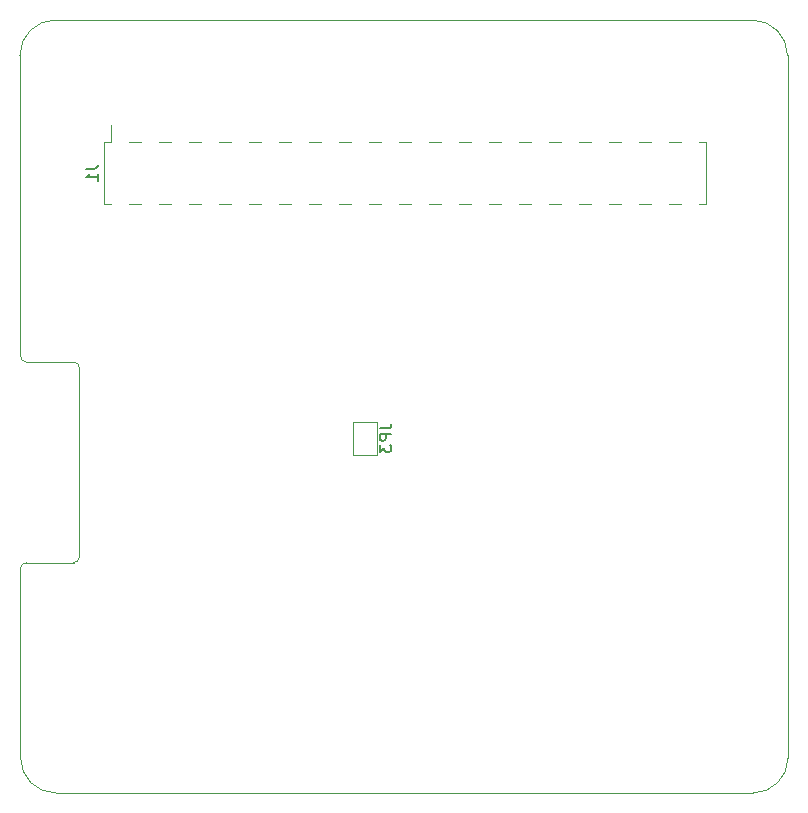
<source format=gbo>
G04 #@! TF.GenerationSoftware,KiCad,Pcbnew,5.1.9+dfsg1-1*
G04 #@! TF.CreationDate,2021-11-16T15:54:50+11:00*
G04 #@! TF.ProjectId,RAMPlatterHybrid,52414d50-6c61-4747-9465-724879627269,rev?*
G04 #@! TF.SameCoordinates,Original*
G04 #@! TF.FileFunction,Legend,Bot*
G04 #@! TF.FilePolarity,Positive*
%FSLAX45Y45*%
G04 Gerber Fmt 4.5, Leading zero omitted, Abs format (unit mm)*
G04 Created by KiCad (PCBNEW 5.1.9+dfsg1-1) date 2021-11-16 15:54:50*
%MOMM*%
%LPD*%
G01*
G04 APERTURE LIST*
G04 #@! TA.AperFunction,Profile*
%ADD10C,0.100000*%
G04 #@! TD*
%ADD11C,0.120000*%
%ADD12C,0.150000*%
G04 APERTURE END LIST*
D10*
X20000000Y-9700000D02*
X19995000Y-8755000D01*
X26500000Y-9700000D02*
X26495000Y-8755000D01*
X20049913Y-13050000D02*
G75*
G03*
X20000000Y-13100000I87J-50000D01*
G01*
X20450000Y-13050000D02*
G75*
G03*
X20500000Y-13000000I0J50000D01*
G01*
X20000000Y-11300000D02*
G75*
G03*
X20050000Y-11350000I50000J0D01*
G01*
X20500000Y-11400000D02*
G75*
G03*
X20450000Y-11350000I-50000J0D01*
G01*
X20000000Y-9700000D02*
X20000000Y-11300000D01*
X26495000Y-8755000D02*
G75*
G03*
X26195000Y-8455000I-300000J0D01*
G01*
X26200000Y-15000000D02*
G75*
G03*
X26500000Y-14700000I0J300000D01*
G01*
X20000000Y-14700000D02*
G75*
G03*
X20300000Y-15000000I300000J0D01*
G01*
X20295000Y-8455000D02*
G75*
G03*
X19995000Y-8755000I0J-300000D01*
G01*
X26195000Y-8455000D02*
X20295000Y-8455000D01*
X20450000Y-13050000D02*
X20050000Y-13050000D01*
X20500000Y-11400000D02*
X20500000Y-13000000D01*
X20050000Y-11350000D02*
X20450000Y-11350000D01*
X26500000Y-14700000D02*
X26500000Y-9700000D01*
X20300000Y-15000000D02*
X26200000Y-15000000D01*
X20000000Y-13100000D02*
X20000000Y-14700000D01*
D11*
X20709000Y-9490000D02*
X20709000Y-10010000D01*
X25801000Y-9490000D02*
X25801000Y-10010000D01*
X20766000Y-9346000D02*
X20766000Y-9490000D01*
X20709000Y-9490000D02*
X20766000Y-9490000D01*
X20709000Y-10010000D02*
X20766000Y-10010000D01*
X25744000Y-9490000D02*
X25801000Y-9490000D01*
X25744000Y-10010000D02*
X25801000Y-10010000D01*
X20918000Y-10010000D02*
X21020000Y-10010000D01*
X20918000Y-9490000D02*
X21020000Y-9490000D01*
X21172000Y-10010000D02*
X21274000Y-10010000D01*
X21172000Y-9490000D02*
X21274000Y-9490000D01*
X21426000Y-10010000D02*
X21528000Y-10010000D01*
X21426000Y-9490000D02*
X21528000Y-9490000D01*
X21680000Y-10010000D02*
X21782000Y-10010000D01*
X21680000Y-9490000D02*
X21782000Y-9490000D01*
X21934000Y-10010000D02*
X22036000Y-10010000D01*
X21934000Y-9490000D02*
X22036000Y-9490000D01*
X22188000Y-10010000D02*
X22290000Y-10010000D01*
X22188000Y-9490000D02*
X22290000Y-9490000D01*
X22442000Y-10010000D02*
X22544000Y-10010000D01*
X22442000Y-9490000D02*
X22544000Y-9490000D01*
X22696000Y-10010000D02*
X22798000Y-10010000D01*
X22696000Y-9490000D02*
X22798000Y-9490000D01*
X22950000Y-10010000D02*
X23052000Y-10010000D01*
X22950000Y-9490000D02*
X23052000Y-9490000D01*
X23204000Y-10010000D02*
X23306000Y-10010000D01*
X23204000Y-9490000D02*
X23306000Y-9490000D01*
X23458000Y-10010000D02*
X23560000Y-10010000D01*
X23458000Y-9490000D02*
X23560000Y-9490000D01*
X23712000Y-10010000D02*
X23814000Y-10010000D01*
X23712000Y-9490000D02*
X23814000Y-9490000D01*
X23966000Y-10010000D02*
X24068000Y-10010000D01*
X23966000Y-9490000D02*
X24068000Y-9490000D01*
X24220000Y-10010000D02*
X24322000Y-10010000D01*
X24220000Y-9490000D02*
X24322000Y-9490000D01*
X24474000Y-10010000D02*
X24576000Y-10010000D01*
X24474000Y-9490000D02*
X24576000Y-9490000D01*
X24728000Y-10010000D02*
X24830000Y-10010000D01*
X24728000Y-9490000D02*
X24830000Y-9490000D01*
X24982000Y-10010000D02*
X25084000Y-10010000D01*
X24982000Y-9490000D02*
X25084000Y-9490000D01*
X25236000Y-10010000D02*
X25338000Y-10010000D01*
X25236000Y-9490000D02*
X25338000Y-9490000D01*
X25490000Y-10010000D02*
X25592000Y-10010000D01*
X25490000Y-9490000D02*
X25592000Y-9490000D01*
X23015000Y-12135000D02*
X23015000Y-11855000D01*
X23015000Y-11855000D02*
X22815000Y-11855000D01*
X22815000Y-11855000D02*
X22815000Y-12135000D01*
X22815000Y-12135000D02*
X23015000Y-12135000D01*
D12*
X20554238Y-9716667D02*
X20625667Y-9716667D01*
X20639952Y-9711905D01*
X20649476Y-9702381D01*
X20654238Y-9688095D01*
X20654238Y-9678571D01*
X20654238Y-9816667D02*
X20654238Y-9759524D01*
X20654238Y-9788095D02*
X20554238Y-9788095D01*
X20568524Y-9778571D01*
X20578048Y-9769048D01*
X20582810Y-9759524D01*
X23040238Y-11911667D02*
X23111667Y-11911667D01*
X23125952Y-11906905D01*
X23135476Y-11897381D01*
X23140238Y-11883095D01*
X23140238Y-11873571D01*
X23140238Y-11959286D02*
X23040238Y-11959286D01*
X23040238Y-11997381D01*
X23045000Y-12006905D01*
X23049762Y-12011667D01*
X23059286Y-12016428D01*
X23073571Y-12016428D01*
X23083095Y-12011667D01*
X23087857Y-12006905D01*
X23092619Y-11997381D01*
X23092619Y-11959286D01*
X23040238Y-12049762D02*
X23040238Y-12111667D01*
X23078333Y-12078333D01*
X23078333Y-12092619D01*
X23083095Y-12102143D01*
X23087857Y-12106905D01*
X23097381Y-12111667D01*
X23121190Y-12111667D01*
X23130714Y-12106905D01*
X23135476Y-12102143D01*
X23140238Y-12092619D01*
X23140238Y-12064048D01*
X23135476Y-12054524D01*
X23130714Y-12049762D01*
M02*

</source>
